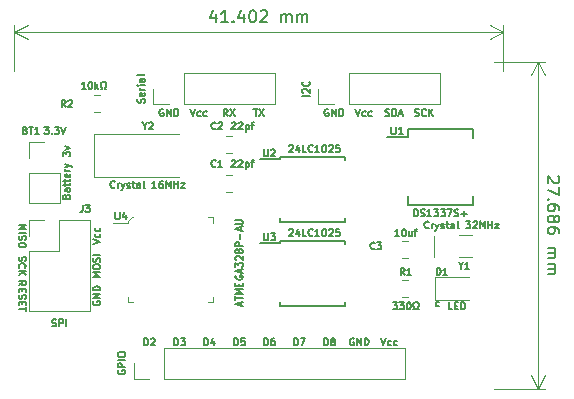
<source format=gto>
G04 #@! TF.GenerationSoftware,KiCad,Pcbnew,(5.1.2)-1*
G04 #@! TF.CreationDate,2019-05-20T21:13:43-04:00*
G04 #@! TF.ProjectId,DuinoClone,4475696e-6f43-46c6-9f6e-652e6b696361,1*
G04 #@! TF.SameCoordinates,Original*
G04 #@! TF.FileFunction,Legend,Top*
G04 #@! TF.FilePolarity,Positive*
%FSLAX46Y46*%
G04 Gerber Fmt 4.6, Leading zero omitted, Abs format (unit mm)*
G04 Created by KiCad (PCBNEW (5.1.2)-1) date 2019-05-20 21:13:43*
%MOMM*%
%LPD*%
G04 APERTURE LIST*
%ADD10C,0.150000*%
%ADD11C,0.120000*%
%ADD12C,0.100000*%
G04 APERTURE END LIST*
D10*
X126309380Y-93012142D02*
X126357000Y-93059761D01*
X126404619Y-93155000D01*
X126404619Y-93393095D01*
X126357000Y-93488333D01*
X126309380Y-93535952D01*
X126214142Y-93583571D01*
X126118904Y-93583571D01*
X125976047Y-93535952D01*
X125404619Y-92964523D01*
X125404619Y-93583571D01*
X126404619Y-93916904D02*
X126404619Y-94583571D01*
X125404619Y-94155000D01*
X125499857Y-94964523D02*
X125452238Y-95012142D01*
X125404619Y-94964523D01*
X125452238Y-94916904D01*
X125499857Y-94964523D01*
X125404619Y-94964523D01*
X126404619Y-95869285D02*
X126404619Y-95678809D01*
X126357000Y-95583571D01*
X126309380Y-95535952D01*
X126166523Y-95440714D01*
X125976047Y-95393095D01*
X125595095Y-95393095D01*
X125499857Y-95440714D01*
X125452238Y-95488333D01*
X125404619Y-95583571D01*
X125404619Y-95774047D01*
X125452238Y-95869285D01*
X125499857Y-95916904D01*
X125595095Y-95964523D01*
X125833190Y-95964523D01*
X125928428Y-95916904D01*
X125976047Y-95869285D01*
X126023666Y-95774047D01*
X126023666Y-95583571D01*
X125976047Y-95488333D01*
X125928428Y-95440714D01*
X125833190Y-95393095D01*
X125976047Y-96535952D02*
X126023666Y-96440714D01*
X126071285Y-96393095D01*
X126166523Y-96345476D01*
X126214142Y-96345476D01*
X126309380Y-96393095D01*
X126357000Y-96440714D01*
X126404619Y-96535952D01*
X126404619Y-96726428D01*
X126357000Y-96821666D01*
X126309380Y-96869285D01*
X126214142Y-96916904D01*
X126166523Y-96916904D01*
X126071285Y-96869285D01*
X126023666Y-96821666D01*
X125976047Y-96726428D01*
X125976047Y-96535952D01*
X125928428Y-96440714D01*
X125880809Y-96393095D01*
X125785571Y-96345476D01*
X125595095Y-96345476D01*
X125499857Y-96393095D01*
X125452238Y-96440714D01*
X125404619Y-96535952D01*
X125404619Y-96726428D01*
X125452238Y-96821666D01*
X125499857Y-96869285D01*
X125595095Y-96916904D01*
X125785571Y-96916904D01*
X125880809Y-96869285D01*
X125928428Y-96821666D01*
X125976047Y-96726428D01*
X126404619Y-97774047D02*
X126404619Y-97583571D01*
X126357000Y-97488333D01*
X126309380Y-97440714D01*
X126166523Y-97345476D01*
X125976047Y-97297857D01*
X125595095Y-97297857D01*
X125499857Y-97345476D01*
X125452238Y-97393095D01*
X125404619Y-97488333D01*
X125404619Y-97678809D01*
X125452238Y-97774047D01*
X125499857Y-97821666D01*
X125595095Y-97869285D01*
X125833190Y-97869285D01*
X125928428Y-97821666D01*
X125976047Y-97774047D01*
X126023666Y-97678809D01*
X126023666Y-97488333D01*
X125976047Y-97393095D01*
X125928428Y-97345476D01*
X125833190Y-97297857D01*
X125404619Y-99059761D02*
X126071285Y-99059761D01*
X125976047Y-99059761D02*
X126023666Y-99107380D01*
X126071285Y-99202619D01*
X126071285Y-99345476D01*
X126023666Y-99440714D01*
X125928428Y-99488333D01*
X125404619Y-99488333D01*
X125928428Y-99488333D02*
X126023666Y-99535952D01*
X126071285Y-99631190D01*
X126071285Y-99774047D01*
X126023666Y-99869285D01*
X125928428Y-99916904D01*
X125404619Y-99916904D01*
X125404619Y-100393095D02*
X126071285Y-100393095D01*
X125976047Y-100393095D02*
X126023666Y-100440714D01*
X126071285Y-100535952D01*
X126071285Y-100678809D01*
X126023666Y-100774047D01*
X125928428Y-100821666D01*
X125404619Y-100821666D01*
X125928428Y-100821666D02*
X126023666Y-100869285D01*
X126071285Y-100964523D01*
X126071285Y-101107380D01*
X126023666Y-101202619D01*
X125928428Y-101250238D01*
X125404619Y-101250238D01*
D11*
X124587000Y-83312000D02*
X124587000Y-110998000D01*
X120904000Y-83312000D02*
X125173421Y-83312000D01*
X120904000Y-110998000D02*
X125173421Y-110998000D01*
X124587000Y-110998000D02*
X124000579Y-109871496D01*
X124587000Y-110998000D02*
X125173421Y-109871496D01*
X124587000Y-83312000D02*
X124000579Y-84438504D01*
X124587000Y-83312000D02*
X125173421Y-84438504D01*
D10*
X97298333Y-79287714D02*
X97298333Y-79954380D01*
X97060238Y-78906761D02*
X96822142Y-79621047D01*
X97441190Y-79621047D01*
X98345952Y-79954380D02*
X97774523Y-79954380D01*
X98060238Y-79954380D02*
X98060238Y-78954380D01*
X97965000Y-79097238D01*
X97869761Y-79192476D01*
X97774523Y-79240095D01*
X98774523Y-79859142D02*
X98822142Y-79906761D01*
X98774523Y-79954380D01*
X98726904Y-79906761D01*
X98774523Y-79859142D01*
X98774523Y-79954380D01*
X99679285Y-79287714D02*
X99679285Y-79954380D01*
X99441190Y-78906761D02*
X99203095Y-79621047D01*
X99822142Y-79621047D01*
X100393571Y-78954380D02*
X100488809Y-78954380D01*
X100584047Y-79002000D01*
X100631666Y-79049619D01*
X100679285Y-79144857D01*
X100726904Y-79335333D01*
X100726904Y-79573428D01*
X100679285Y-79763904D01*
X100631666Y-79859142D01*
X100584047Y-79906761D01*
X100488809Y-79954380D01*
X100393571Y-79954380D01*
X100298333Y-79906761D01*
X100250714Y-79859142D01*
X100203095Y-79763904D01*
X100155476Y-79573428D01*
X100155476Y-79335333D01*
X100203095Y-79144857D01*
X100250714Y-79049619D01*
X100298333Y-79002000D01*
X100393571Y-78954380D01*
X101107857Y-79049619D02*
X101155476Y-79002000D01*
X101250714Y-78954380D01*
X101488809Y-78954380D01*
X101584047Y-79002000D01*
X101631666Y-79049619D01*
X101679285Y-79144857D01*
X101679285Y-79240095D01*
X101631666Y-79382952D01*
X101060238Y-79954380D01*
X101679285Y-79954380D01*
X102869761Y-79954380D02*
X102869761Y-79287714D01*
X102869761Y-79382952D02*
X102917380Y-79335333D01*
X103012619Y-79287714D01*
X103155476Y-79287714D01*
X103250714Y-79335333D01*
X103298333Y-79430571D01*
X103298333Y-79954380D01*
X103298333Y-79430571D02*
X103345952Y-79335333D01*
X103441190Y-79287714D01*
X103584047Y-79287714D01*
X103679285Y-79335333D01*
X103726904Y-79430571D01*
X103726904Y-79954380D01*
X104203095Y-79954380D02*
X104203095Y-79287714D01*
X104203095Y-79382952D02*
X104250714Y-79335333D01*
X104345952Y-79287714D01*
X104488809Y-79287714D01*
X104584047Y-79335333D01*
X104631666Y-79430571D01*
X104631666Y-79954380D01*
X104631666Y-79430571D02*
X104679285Y-79335333D01*
X104774523Y-79287714D01*
X104917380Y-79287714D01*
X105012619Y-79335333D01*
X105060238Y-79430571D01*
X105060238Y-79954380D01*
D11*
X121666000Y-80772000D02*
X80264000Y-80772000D01*
X121666000Y-84074000D02*
X121666000Y-80185579D01*
X80264000Y-84074000D02*
X80264000Y-80185579D01*
X80264000Y-80772000D02*
X81390504Y-80185579D01*
X80264000Y-80772000D02*
X81390504Y-81358421D01*
X121666000Y-80772000D02*
X120539496Y-80185579D01*
X121666000Y-80772000D02*
X120539496Y-81358421D01*
D10*
X116220857Y-104001857D02*
X116163714Y-104030428D01*
X116049428Y-104030428D01*
X115992285Y-104001857D01*
X115963714Y-103973285D01*
X115935142Y-103916142D01*
X115935142Y-103744714D01*
X115963714Y-103687571D01*
X115992285Y-103659000D01*
X116049428Y-103630428D01*
X116163714Y-103630428D01*
X116220857Y-103659000D01*
X111299714Y-106732428D02*
X111499714Y-107332428D01*
X111699714Y-106732428D01*
X112156857Y-107303857D02*
X112099714Y-107332428D01*
X111985428Y-107332428D01*
X111928285Y-107303857D01*
X111899714Y-107275285D01*
X111871142Y-107218142D01*
X111871142Y-107046714D01*
X111899714Y-106989571D01*
X111928285Y-106961000D01*
X111985428Y-106932428D01*
X112099714Y-106932428D01*
X112156857Y-106961000D01*
X112671142Y-107303857D02*
X112614000Y-107332428D01*
X112499714Y-107332428D01*
X112442571Y-107303857D01*
X112414000Y-107275285D01*
X112385428Y-107218142D01*
X112385428Y-107046714D01*
X112414000Y-106989571D01*
X112442571Y-106961000D01*
X112499714Y-106932428D01*
X112614000Y-106932428D01*
X112671142Y-106961000D01*
X109016857Y-106761000D02*
X108959714Y-106732428D01*
X108874000Y-106732428D01*
X108788285Y-106761000D01*
X108731142Y-106818142D01*
X108702571Y-106875285D01*
X108674000Y-106989571D01*
X108674000Y-107075285D01*
X108702571Y-107189571D01*
X108731142Y-107246714D01*
X108788285Y-107303857D01*
X108874000Y-107332428D01*
X108931142Y-107332428D01*
X109016857Y-107303857D01*
X109045428Y-107275285D01*
X109045428Y-107075285D01*
X108931142Y-107075285D01*
X109302571Y-107332428D02*
X109302571Y-106732428D01*
X109645428Y-107332428D01*
X109645428Y-106732428D01*
X109931142Y-107332428D02*
X109931142Y-106732428D01*
X110074000Y-106732428D01*
X110159714Y-106761000D01*
X110216857Y-106818142D01*
X110245428Y-106875285D01*
X110274000Y-106989571D01*
X110274000Y-107075285D01*
X110245428Y-107189571D01*
X110216857Y-107246714D01*
X110159714Y-107303857D01*
X110074000Y-107332428D01*
X109931142Y-107332428D01*
X106491142Y-107332428D02*
X106491142Y-106732428D01*
X106634000Y-106732428D01*
X106719714Y-106761000D01*
X106776857Y-106818142D01*
X106805428Y-106875285D01*
X106834000Y-106989571D01*
X106834000Y-107075285D01*
X106805428Y-107189571D01*
X106776857Y-107246714D01*
X106719714Y-107303857D01*
X106634000Y-107332428D01*
X106491142Y-107332428D01*
X107176857Y-106989571D02*
X107119714Y-106961000D01*
X107091142Y-106932428D01*
X107062571Y-106875285D01*
X107062571Y-106846714D01*
X107091142Y-106789571D01*
X107119714Y-106761000D01*
X107176857Y-106732428D01*
X107291142Y-106732428D01*
X107348285Y-106761000D01*
X107376857Y-106789571D01*
X107405428Y-106846714D01*
X107405428Y-106875285D01*
X107376857Y-106932428D01*
X107348285Y-106961000D01*
X107291142Y-106989571D01*
X107176857Y-106989571D01*
X107119714Y-107018142D01*
X107091142Y-107046714D01*
X107062571Y-107103857D01*
X107062571Y-107218142D01*
X107091142Y-107275285D01*
X107119714Y-107303857D01*
X107176857Y-107332428D01*
X107291142Y-107332428D01*
X107348285Y-107303857D01*
X107376857Y-107275285D01*
X107405428Y-107218142D01*
X107405428Y-107103857D01*
X107376857Y-107046714D01*
X107348285Y-107018142D01*
X107291142Y-106989571D01*
X103951142Y-107332428D02*
X103951142Y-106732428D01*
X104094000Y-106732428D01*
X104179714Y-106761000D01*
X104236857Y-106818142D01*
X104265428Y-106875285D01*
X104294000Y-106989571D01*
X104294000Y-107075285D01*
X104265428Y-107189571D01*
X104236857Y-107246714D01*
X104179714Y-107303857D01*
X104094000Y-107332428D01*
X103951142Y-107332428D01*
X104494000Y-106732428D02*
X104894000Y-106732428D01*
X104636857Y-107332428D01*
X101411142Y-107332428D02*
X101411142Y-106732428D01*
X101554000Y-106732428D01*
X101639714Y-106761000D01*
X101696857Y-106818142D01*
X101725428Y-106875285D01*
X101754000Y-106989571D01*
X101754000Y-107075285D01*
X101725428Y-107189571D01*
X101696857Y-107246714D01*
X101639714Y-107303857D01*
X101554000Y-107332428D01*
X101411142Y-107332428D01*
X102268285Y-106732428D02*
X102154000Y-106732428D01*
X102096857Y-106761000D01*
X102068285Y-106789571D01*
X102011142Y-106875285D01*
X101982571Y-106989571D01*
X101982571Y-107218142D01*
X102011142Y-107275285D01*
X102039714Y-107303857D01*
X102096857Y-107332428D01*
X102211142Y-107332428D01*
X102268285Y-107303857D01*
X102296857Y-107275285D01*
X102325428Y-107218142D01*
X102325428Y-107075285D01*
X102296857Y-107018142D01*
X102268285Y-106989571D01*
X102211142Y-106961000D01*
X102096857Y-106961000D01*
X102039714Y-106989571D01*
X102011142Y-107018142D01*
X101982571Y-107075285D01*
X98871142Y-107332428D02*
X98871142Y-106732428D01*
X99014000Y-106732428D01*
X99099714Y-106761000D01*
X99156857Y-106818142D01*
X99185428Y-106875285D01*
X99214000Y-106989571D01*
X99214000Y-107075285D01*
X99185428Y-107189571D01*
X99156857Y-107246714D01*
X99099714Y-107303857D01*
X99014000Y-107332428D01*
X98871142Y-107332428D01*
X99756857Y-106732428D02*
X99471142Y-106732428D01*
X99442571Y-107018142D01*
X99471142Y-106989571D01*
X99528285Y-106961000D01*
X99671142Y-106961000D01*
X99728285Y-106989571D01*
X99756857Y-107018142D01*
X99785428Y-107075285D01*
X99785428Y-107218142D01*
X99756857Y-107275285D01*
X99728285Y-107303857D01*
X99671142Y-107332428D01*
X99528285Y-107332428D01*
X99471142Y-107303857D01*
X99442571Y-107275285D01*
X96331142Y-107332428D02*
X96331142Y-106732428D01*
X96474000Y-106732428D01*
X96559714Y-106761000D01*
X96616857Y-106818142D01*
X96645428Y-106875285D01*
X96674000Y-106989571D01*
X96674000Y-107075285D01*
X96645428Y-107189571D01*
X96616857Y-107246714D01*
X96559714Y-107303857D01*
X96474000Y-107332428D01*
X96331142Y-107332428D01*
X97188285Y-106932428D02*
X97188285Y-107332428D01*
X97045428Y-106703857D02*
X96902571Y-107132428D01*
X97274000Y-107132428D01*
X93791142Y-107332428D02*
X93791142Y-106732428D01*
X93934000Y-106732428D01*
X94019714Y-106761000D01*
X94076857Y-106818142D01*
X94105428Y-106875285D01*
X94134000Y-106989571D01*
X94134000Y-107075285D01*
X94105428Y-107189571D01*
X94076857Y-107246714D01*
X94019714Y-107303857D01*
X93934000Y-107332428D01*
X93791142Y-107332428D01*
X94334000Y-106732428D02*
X94705428Y-106732428D01*
X94505428Y-106961000D01*
X94591142Y-106961000D01*
X94648285Y-106989571D01*
X94676857Y-107018142D01*
X94705428Y-107075285D01*
X94705428Y-107218142D01*
X94676857Y-107275285D01*
X94648285Y-107303857D01*
X94591142Y-107332428D01*
X94419714Y-107332428D01*
X94362571Y-107303857D01*
X94334000Y-107275285D01*
X91251142Y-107332428D02*
X91251142Y-106732428D01*
X91394000Y-106732428D01*
X91479714Y-106761000D01*
X91536857Y-106818142D01*
X91565428Y-106875285D01*
X91594000Y-106989571D01*
X91594000Y-107075285D01*
X91565428Y-107189571D01*
X91536857Y-107246714D01*
X91479714Y-107303857D01*
X91394000Y-107332428D01*
X91251142Y-107332428D01*
X91822571Y-106789571D02*
X91851142Y-106761000D01*
X91908285Y-106732428D01*
X92051142Y-106732428D01*
X92108285Y-106761000D01*
X92136857Y-106789571D01*
X92165428Y-106846714D01*
X92165428Y-106903857D01*
X92136857Y-106989571D01*
X91794000Y-107332428D01*
X92165428Y-107332428D01*
X80627571Y-102252571D02*
X80913285Y-102052571D01*
X80627571Y-101909714D02*
X81227571Y-101909714D01*
X81227571Y-102138285D01*
X81199000Y-102195428D01*
X81170428Y-102224000D01*
X81113285Y-102252571D01*
X81027571Y-102252571D01*
X80970428Y-102224000D01*
X80941857Y-102195428D01*
X80913285Y-102138285D01*
X80913285Y-101909714D01*
X80941857Y-102509714D02*
X80941857Y-102709714D01*
X80627571Y-102795428D02*
X80627571Y-102509714D01*
X81227571Y-102509714D01*
X81227571Y-102795428D01*
X80656142Y-103024000D02*
X80627571Y-103109714D01*
X80627571Y-103252571D01*
X80656142Y-103309714D01*
X80684714Y-103338285D01*
X80741857Y-103366857D01*
X80799000Y-103366857D01*
X80856142Y-103338285D01*
X80884714Y-103309714D01*
X80913285Y-103252571D01*
X80941857Y-103138285D01*
X80970428Y-103081142D01*
X80999000Y-103052571D01*
X81056142Y-103024000D01*
X81113285Y-103024000D01*
X81170428Y-103052571D01*
X81199000Y-103081142D01*
X81227571Y-103138285D01*
X81227571Y-103281142D01*
X81199000Y-103366857D01*
X80941857Y-103624000D02*
X80941857Y-103824000D01*
X80627571Y-103909714D02*
X80627571Y-103624000D01*
X81227571Y-103624000D01*
X81227571Y-103909714D01*
X81227571Y-104081142D02*
X81227571Y-104424000D01*
X80627571Y-104252571D02*
X81227571Y-104252571D01*
X80656142Y-99812571D02*
X80627571Y-99898285D01*
X80627571Y-100041142D01*
X80656142Y-100098285D01*
X80684714Y-100126857D01*
X80741857Y-100155428D01*
X80799000Y-100155428D01*
X80856142Y-100126857D01*
X80884714Y-100098285D01*
X80913285Y-100041142D01*
X80941857Y-99926857D01*
X80970428Y-99869714D01*
X80999000Y-99841142D01*
X81056142Y-99812571D01*
X81113285Y-99812571D01*
X81170428Y-99841142D01*
X81199000Y-99869714D01*
X81227571Y-99926857D01*
X81227571Y-100069714D01*
X81199000Y-100155428D01*
X80684714Y-100755428D02*
X80656142Y-100726857D01*
X80627571Y-100641142D01*
X80627571Y-100584000D01*
X80656142Y-100498285D01*
X80713285Y-100441142D01*
X80770428Y-100412571D01*
X80884714Y-100384000D01*
X80970428Y-100384000D01*
X81084714Y-100412571D01*
X81141857Y-100441142D01*
X81199000Y-100498285D01*
X81227571Y-100584000D01*
X81227571Y-100641142D01*
X81199000Y-100726857D01*
X81170428Y-100755428D01*
X80627571Y-101012571D02*
X81227571Y-101012571D01*
X80627571Y-101355428D02*
X80970428Y-101098285D01*
X81227571Y-101355428D02*
X80884714Y-101012571D01*
X80627571Y-97101142D02*
X81227571Y-97101142D01*
X80799000Y-97301142D01*
X81227571Y-97501142D01*
X80627571Y-97501142D01*
X80627571Y-97786857D02*
X81227571Y-97786857D01*
X80656142Y-98044000D02*
X80627571Y-98129714D01*
X80627571Y-98272571D01*
X80656142Y-98329714D01*
X80684714Y-98358285D01*
X80741857Y-98386857D01*
X80799000Y-98386857D01*
X80856142Y-98358285D01*
X80884714Y-98329714D01*
X80913285Y-98272571D01*
X80941857Y-98158285D01*
X80970428Y-98101142D01*
X80999000Y-98072571D01*
X81056142Y-98044000D01*
X81113285Y-98044000D01*
X81170428Y-98072571D01*
X81199000Y-98101142D01*
X81227571Y-98158285D01*
X81227571Y-98301142D01*
X81199000Y-98386857D01*
X81227571Y-98758285D02*
X81227571Y-98872571D01*
X81199000Y-98929714D01*
X81141857Y-98986857D01*
X81027571Y-99015428D01*
X80827571Y-99015428D01*
X80713285Y-98986857D01*
X80656142Y-98929714D01*
X80627571Y-98872571D01*
X80627571Y-98758285D01*
X80656142Y-98701142D01*
X80713285Y-98644000D01*
X80827571Y-98615428D01*
X81027571Y-98615428D01*
X81141857Y-98644000D01*
X81199000Y-98701142D01*
X81227571Y-98758285D01*
X86949000Y-103581142D02*
X86920428Y-103638285D01*
X86920428Y-103724000D01*
X86949000Y-103809714D01*
X87006142Y-103866857D01*
X87063285Y-103895428D01*
X87177571Y-103924000D01*
X87263285Y-103924000D01*
X87377571Y-103895428D01*
X87434714Y-103866857D01*
X87491857Y-103809714D01*
X87520428Y-103724000D01*
X87520428Y-103666857D01*
X87491857Y-103581142D01*
X87463285Y-103552571D01*
X87263285Y-103552571D01*
X87263285Y-103666857D01*
X87520428Y-103295428D02*
X86920428Y-103295428D01*
X87520428Y-102952571D01*
X86920428Y-102952571D01*
X87520428Y-102666857D02*
X86920428Y-102666857D01*
X86920428Y-102524000D01*
X86949000Y-102438285D01*
X87006142Y-102381142D01*
X87063285Y-102352571D01*
X87177571Y-102324000D01*
X87263285Y-102324000D01*
X87377571Y-102352571D01*
X87434714Y-102381142D01*
X87491857Y-102438285D01*
X87520428Y-102524000D01*
X87520428Y-102666857D01*
X86920428Y-98758285D02*
X87520428Y-98558285D01*
X86920428Y-98358285D01*
X87491857Y-97901142D02*
X87520428Y-97958285D01*
X87520428Y-98072571D01*
X87491857Y-98129714D01*
X87463285Y-98158285D01*
X87406142Y-98186857D01*
X87234714Y-98186857D01*
X87177571Y-98158285D01*
X87149000Y-98129714D01*
X87120428Y-98072571D01*
X87120428Y-97958285D01*
X87149000Y-97901142D01*
X87491857Y-97386857D02*
X87520428Y-97444000D01*
X87520428Y-97558285D01*
X87491857Y-97615428D01*
X87463285Y-97644000D01*
X87406142Y-97672571D01*
X87234714Y-97672571D01*
X87177571Y-97644000D01*
X87149000Y-97615428D01*
X87120428Y-97558285D01*
X87120428Y-97444000D01*
X87149000Y-97386857D01*
X87520428Y-101526857D02*
X86920428Y-101526857D01*
X87349000Y-101326857D01*
X86920428Y-101126857D01*
X87520428Y-101126857D01*
X86920428Y-100726857D02*
X86920428Y-100612571D01*
X86949000Y-100555428D01*
X87006142Y-100498285D01*
X87120428Y-100469714D01*
X87320428Y-100469714D01*
X87434714Y-100498285D01*
X87491857Y-100555428D01*
X87520428Y-100612571D01*
X87520428Y-100726857D01*
X87491857Y-100784000D01*
X87434714Y-100841142D01*
X87320428Y-100869714D01*
X87120428Y-100869714D01*
X87006142Y-100841142D01*
X86949000Y-100784000D01*
X86920428Y-100726857D01*
X87491857Y-100241142D02*
X87520428Y-100155428D01*
X87520428Y-100012571D01*
X87491857Y-99955428D01*
X87463285Y-99926857D01*
X87406142Y-99898285D01*
X87349000Y-99898285D01*
X87291857Y-99926857D01*
X87263285Y-99955428D01*
X87234714Y-100012571D01*
X87206142Y-100126857D01*
X87177571Y-100184000D01*
X87149000Y-100212571D01*
X87091857Y-100241142D01*
X87034714Y-100241142D01*
X86977571Y-100212571D01*
X86949000Y-100184000D01*
X86920428Y-100126857D01*
X86920428Y-99984000D01*
X86949000Y-99898285D01*
X87520428Y-99641142D02*
X86920428Y-99641142D01*
X82807285Y-88825428D02*
X83178714Y-88825428D01*
X82978714Y-89054000D01*
X83064428Y-89054000D01*
X83121571Y-89082571D01*
X83150142Y-89111142D01*
X83178714Y-89168285D01*
X83178714Y-89311142D01*
X83150142Y-89368285D01*
X83121571Y-89396857D01*
X83064428Y-89425428D01*
X82893000Y-89425428D01*
X82835857Y-89396857D01*
X82807285Y-89368285D01*
X83435857Y-89368285D02*
X83464428Y-89396857D01*
X83435857Y-89425428D01*
X83407285Y-89396857D01*
X83435857Y-89368285D01*
X83435857Y-89425428D01*
X83664428Y-88825428D02*
X84035857Y-88825428D01*
X83835857Y-89054000D01*
X83921571Y-89054000D01*
X83978714Y-89082571D01*
X84007285Y-89111142D01*
X84035857Y-89168285D01*
X84035857Y-89311142D01*
X84007285Y-89368285D01*
X83978714Y-89396857D01*
X83921571Y-89425428D01*
X83750142Y-89425428D01*
X83693000Y-89396857D01*
X83664428Y-89368285D01*
X84207285Y-88825428D02*
X84407285Y-89425428D01*
X84607285Y-88825428D01*
X114163571Y-87872857D02*
X114249285Y-87901428D01*
X114392142Y-87901428D01*
X114449285Y-87872857D01*
X114477857Y-87844285D01*
X114506428Y-87787142D01*
X114506428Y-87730000D01*
X114477857Y-87672857D01*
X114449285Y-87644285D01*
X114392142Y-87615714D01*
X114277857Y-87587142D01*
X114220714Y-87558571D01*
X114192142Y-87530000D01*
X114163571Y-87472857D01*
X114163571Y-87415714D01*
X114192142Y-87358571D01*
X114220714Y-87330000D01*
X114277857Y-87301428D01*
X114420714Y-87301428D01*
X114506428Y-87330000D01*
X115106428Y-87844285D02*
X115077857Y-87872857D01*
X114992142Y-87901428D01*
X114935000Y-87901428D01*
X114849285Y-87872857D01*
X114792142Y-87815714D01*
X114763571Y-87758571D01*
X114735000Y-87644285D01*
X114735000Y-87558571D01*
X114763571Y-87444285D01*
X114792142Y-87387142D01*
X114849285Y-87330000D01*
X114935000Y-87301428D01*
X114992142Y-87301428D01*
X115077857Y-87330000D01*
X115106428Y-87358571D01*
X115363571Y-87901428D02*
X115363571Y-87301428D01*
X115706428Y-87901428D02*
X115449285Y-87558571D01*
X115706428Y-87301428D02*
X115363571Y-87644285D01*
X111666428Y-87872857D02*
X111752142Y-87901428D01*
X111895000Y-87901428D01*
X111952142Y-87872857D01*
X111980714Y-87844285D01*
X112009285Y-87787142D01*
X112009285Y-87730000D01*
X111980714Y-87672857D01*
X111952142Y-87644285D01*
X111895000Y-87615714D01*
X111780714Y-87587142D01*
X111723571Y-87558571D01*
X111695000Y-87530000D01*
X111666428Y-87472857D01*
X111666428Y-87415714D01*
X111695000Y-87358571D01*
X111723571Y-87330000D01*
X111780714Y-87301428D01*
X111923571Y-87301428D01*
X112009285Y-87330000D01*
X112266428Y-87901428D02*
X112266428Y-87301428D01*
X112409285Y-87301428D01*
X112495000Y-87330000D01*
X112552142Y-87387142D01*
X112580714Y-87444285D01*
X112609285Y-87558571D01*
X112609285Y-87644285D01*
X112580714Y-87758571D01*
X112552142Y-87815714D01*
X112495000Y-87872857D01*
X112409285Y-87901428D01*
X112266428Y-87901428D01*
X112837857Y-87730000D02*
X113123571Y-87730000D01*
X112780714Y-87901428D02*
X112980714Y-87301428D01*
X113180714Y-87901428D01*
X109140714Y-87301428D02*
X109340714Y-87901428D01*
X109540714Y-87301428D01*
X109997857Y-87872857D02*
X109940714Y-87901428D01*
X109826428Y-87901428D01*
X109769285Y-87872857D01*
X109740714Y-87844285D01*
X109712142Y-87787142D01*
X109712142Y-87615714D01*
X109740714Y-87558571D01*
X109769285Y-87530000D01*
X109826428Y-87501428D01*
X109940714Y-87501428D01*
X109997857Y-87530000D01*
X110512142Y-87872857D02*
X110455000Y-87901428D01*
X110340714Y-87901428D01*
X110283571Y-87872857D01*
X110255000Y-87844285D01*
X110226428Y-87787142D01*
X110226428Y-87615714D01*
X110255000Y-87558571D01*
X110283571Y-87530000D01*
X110340714Y-87501428D01*
X110455000Y-87501428D01*
X110512142Y-87530000D01*
X106857857Y-87330000D02*
X106800714Y-87301428D01*
X106715000Y-87301428D01*
X106629285Y-87330000D01*
X106572142Y-87387142D01*
X106543571Y-87444285D01*
X106515000Y-87558571D01*
X106515000Y-87644285D01*
X106543571Y-87758571D01*
X106572142Y-87815714D01*
X106629285Y-87872857D01*
X106715000Y-87901428D01*
X106772142Y-87901428D01*
X106857857Y-87872857D01*
X106886428Y-87844285D01*
X106886428Y-87644285D01*
X106772142Y-87644285D01*
X107143571Y-87901428D02*
X107143571Y-87301428D01*
X107486428Y-87901428D01*
X107486428Y-87301428D01*
X107772142Y-87901428D02*
X107772142Y-87301428D01*
X107915000Y-87301428D01*
X108000714Y-87330000D01*
X108057857Y-87387142D01*
X108086428Y-87444285D01*
X108115000Y-87558571D01*
X108115000Y-87644285D01*
X108086428Y-87758571D01*
X108057857Y-87815714D01*
X108000714Y-87872857D01*
X107915000Y-87901428D01*
X107772142Y-87901428D01*
X100507857Y-87301428D02*
X100850714Y-87301428D01*
X100679285Y-87901428D02*
X100679285Y-87301428D01*
X100993571Y-87301428D02*
X101393571Y-87901428D01*
X101393571Y-87301428D02*
X100993571Y-87901428D01*
X98325000Y-87901428D02*
X98125000Y-87615714D01*
X97982142Y-87901428D02*
X97982142Y-87301428D01*
X98210714Y-87301428D01*
X98267857Y-87330000D01*
X98296428Y-87358571D01*
X98325000Y-87415714D01*
X98325000Y-87501428D01*
X98296428Y-87558571D01*
X98267857Y-87587142D01*
X98210714Y-87615714D01*
X97982142Y-87615714D01*
X98525000Y-87301428D02*
X98925000Y-87901428D01*
X98925000Y-87301428D02*
X98525000Y-87901428D01*
X95170714Y-87301428D02*
X95370714Y-87901428D01*
X95570714Y-87301428D01*
X96027857Y-87872857D02*
X95970714Y-87901428D01*
X95856428Y-87901428D01*
X95799285Y-87872857D01*
X95770714Y-87844285D01*
X95742142Y-87787142D01*
X95742142Y-87615714D01*
X95770714Y-87558571D01*
X95799285Y-87530000D01*
X95856428Y-87501428D01*
X95970714Y-87501428D01*
X96027857Y-87530000D01*
X96542142Y-87872857D02*
X96485000Y-87901428D01*
X96370714Y-87901428D01*
X96313571Y-87872857D01*
X96285000Y-87844285D01*
X96256428Y-87787142D01*
X96256428Y-87615714D01*
X96285000Y-87558571D01*
X96313571Y-87530000D01*
X96370714Y-87501428D01*
X96485000Y-87501428D01*
X96542142Y-87530000D01*
X92887857Y-87330000D02*
X92830714Y-87301428D01*
X92745000Y-87301428D01*
X92659285Y-87330000D01*
X92602142Y-87387142D01*
X92573571Y-87444285D01*
X92545000Y-87558571D01*
X92545000Y-87644285D01*
X92573571Y-87758571D01*
X92602142Y-87815714D01*
X92659285Y-87872857D01*
X92745000Y-87901428D01*
X92802142Y-87901428D01*
X92887857Y-87872857D01*
X92916428Y-87844285D01*
X92916428Y-87644285D01*
X92802142Y-87644285D01*
X93173571Y-87901428D02*
X93173571Y-87301428D01*
X93516428Y-87901428D01*
X93516428Y-87301428D01*
X93802142Y-87901428D02*
X93802142Y-87301428D01*
X93945000Y-87301428D01*
X94030714Y-87330000D01*
X94087857Y-87387142D01*
X94116428Y-87444285D01*
X94145000Y-87558571D01*
X94145000Y-87644285D01*
X94116428Y-87758571D01*
X94087857Y-87815714D01*
X94030714Y-87872857D01*
X93945000Y-87901428D01*
X93802142Y-87901428D01*
D11*
X81474000Y-95310000D02*
X84134000Y-95310000D01*
X81474000Y-92710000D02*
X81474000Y-95310000D01*
X84134000Y-92710000D02*
X84134000Y-95310000D01*
X81474000Y-92710000D02*
X84134000Y-92710000D01*
X81474000Y-91440000D02*
X81474000Y-90110000D01*
X81474000Y-90110000D02*
X82804000Y-90110000D01*
X98163748Y-92889000D02*
X98686252Y-92889000D01*
X98163748Y-94309000D02*
X98686252Y-94309000D01*
X98163748Y-91007000D02*
X98686252Y-91007000D01*
X98163748Y-89587000D02*
X98686252Y-89587000D01*
X113613252Y-99893000D02*
X113090748Y-99893000D01*
X113613252Y-98473000D02*
X113090748Y-98473000D01*
X118729000Y-101529000D02*
X115869000Y-101529000D01*
X115869000Y-101529000D02*
X115869000Y-103449000D01*
X115869000Y-103449000D02*
X118729000Y-103449000D01*
X113344000Y-110169000D02*
X113344000Y-107509000D01*
X92964000Y-110169000D02*
X113344000Y-110169000D01*
X92964000Y-107509000D02*
X113344000Y-107509000D01*
X92964000Y-110169000D02*
X92964000Y-107509000D01*
X91694000Y-110169000D02*
X90364000Y-110169000D01*
X90364000Y-110169000D02*
X90364000Y-108839000D01*
X102295000Y-86928000D02*
X102295000Y-84268000D01*
X94615000Y-86928000D02*
X102295000Y-86928000D01*
X94615000Y-84268000D02*
X102295000Y-84268000D01*
X94615000Y-86928000D02*
X94615000Y-84268000D01*
X93345000Y-86928000D02*
X92015000Y-86928000D01*
X92015000Y-86928000D02*
X92015000Y-85598000D01*
X81474000Y-104454000D02*
X86674000Y-104454000D01*
X81474000Y-99314000D02*
X81474000Y-104454000D01*
X86674000Y-96714000D02*
X86674000Y-104454000D01*
X81474000Y-99314000D02*
X84074000Y-99314000D01*
X84074000Y-99314000D02*
X84074000Y-96714000D01*
X84074000Y-96714000D02*
X86674000Y-96714000D01*
X81474000Y-98044000D02*
X81474000Y-96714000D01*
X81474000Y-96714000D02*
X82804000Y-96714000D01*
X105985000Y-86928000D02*
X105985000Y-85598000D01*
X107315000Y-86928000D02*
X105985000Y-86928000D01*
X108585000Y-86928000D02*
X108585000Y-84268000D01*
X108585000Y-84268000D02*
X116265000Y-84268000D01*
X108585000Y-86928000D02*
X116265000Y-86928000D01*
X116265000Y-86928000D02*
X116265000Y-84268000D01*
X113613252Y-103244000D02*
X113090748Y-103244000D01*
X113613252Y-101824000D02*
X113090748Y-101824000D01*
X87510252Y-86158000D02*
X86987748Y-86158000D01*
X87510252Y-87578000D02*
X86987748Y-87578000D01*
D10*
X113582000Y-88997000D02*
X113582000Y-89652000D01*
X119082000Y-88997000D02*
X119082000Y-89747000D01*
X119082000Y-95407000D02*
X119082000Y-94657000D01*
X113582000Y-95407000D02*
X113582000Y-94657000D01*
X113582000Y-88997000D02*
X119082000Y-88997000D01*
X113582000Y-95407000D02*
X119082000Y-95407000D01*
X113582000Y-89652000D02*
X111832000Y-89652000D01*
X102787000Y-91352000D02*
X102787000Y-91557000D01*
X108287000Y-91352000D02*
X108287000Y-91652000D01*
X108287000Y-96862000D02*
X108287000Y-96562000D01*
X102787000Y-96862000D02*
X102787000Y-96562000D01*
X102787000Y-91352000D02*
X108287000Y-91352000D01*
X102787000Y-96862000D02*
X108287000Y-96862000D01*
X102787000Y-91557000D02*
X101037000Y-91557000D01*
X102787000Y-98669000D02*
X101037000Y-98669000D01*
X102787000Y-103974000D02*
X108287000Y-103974000D01*
X102787000Y-98464000D02*
X108287000Y-98464000D01*
X102787000Y-103974000D02*
X102787000Y-103674000D01*
X108287000Y-103974000D02*
X108287000Y-103674000D01*
X108287000Y-98464000D02*
X108287000Y-98764000D01*
X102787000Y-98464000D02*
X102787000Y-98669000D01*
D12*
X90322000Y-96476000D02*
X90222000Y-96476000D01*
X90222000Y-96476000D02*
X89872000Y-96826000D01*
X89872000Y-96826000D02*
X89872000Y-96926000D01*
X89872000Y-96926000D02*
X88572000Y-96926000D01*
X97072000Y-96476000D02*
X96622000Y-96476000D01*
X97072000Y-96476000D02*
X97072000Y-96926000D01*
X97072000Y-103676000D02*
X97072000Y-103226000D01*
X97072000Y-103676000D02*
X96622000Y-103676000D01*
X89872000Y-103676000D02*
X90322000Y-103676000D01*
X89872000Y-103676000D02*
X89872000Y-103226000D01*
D11*
X117941000Y-97983000D02*
X119041000Y-97983000D01*
X117941000Y-99883000D02*
X119041000Y-99883000D01*
X115791000Y-98033000D02*
X115791000Y-99833000D01*
X94223000Y-89447000D02*
X86973000Y-89447000D01*
X86973000Y-89447000D02*
X86973000Y-93047000D01*
X86973000Y-93047000D02*
X94223000Y-93047000D01*
D10*
X81189571Y-89111142D02*
X81275285Y-89139714D01*
X81303857Y-89168285D01*
X81332428Y-89225428D01*
X81332428Y-89311142D01*
X81303857Y-89368285D01*
X81275285Y-89396857D01*
X81218142Y-89425428D01*
X80989571Y-89425428D01*
X80989571Y-88825428D01*
X81189571Y-88825428D01*
X81246714Y-88854000D01*
X81275285Y-88882571D01*
X81303857Y-88939714D01*
X81303857Y-88996857D01*
X81275285Y-89054000D01*
X81246714Y-89082571D01*
X81189571Y-89111142D01*
X80989571Y-89111142D01*
X81503857Y-88825428D02*
X81846714Y-88825428D01*
X81675285Y-89425428D02*
X81675285Y-88825428D01*
X82361000Y-89425428D02*
X82018142Y-89425428D01*
X82189571Y-89425428D02*
X82189571Y-88825428D01*
X82132428Y-88911142D01*
X82075285Y-88968285D01*
X82018142Y-88996857D01*
X84666142Y-94695714D02*
X84694714Y-94610000D01*
X84723285Y-94581428D01*
X84780428Y-94552857D01*
X84866142Y-94552857D01*
X84923285Y-94581428D01*
X84951857Y-94610000D01*
X84980428Y-94667142D01*
X84980428Y-94895714D01*
X84380428Y-94895714D01*
X84380428Y-94695714D01*
X84409000Y-94638571D01*
X84437571Y-94610000D01*
X84494714Y-94581428D01*
X84551857Y-94581428D01*
X84609000Y-94610000D01*
X84637571Y-94638571D01*
X84666142Y-94695714D01*
X84666142Y-94895714D01*
X84980428Y-94038571D02*
X84666142Y-94038571D01*
X84609000Y-94067142D01*
X84580428Y-94124285D01*
X84580428Y-94238571D01*
X84609000Y-94295714D01*
X84951857Y-94038571D02*
X84980428Y-94095714D01*
X84980428Y-94238571D01*
X84951857Y-94295714D01*
X84894714Y-94324285D01*
X84837571Y-94324285D01*
X84780428Y-94295714D01*
X84751857Y-94238571D01*
X84751857Y-94095714D01*
X84723285Y-94038571D01*
X84580428Y-93838571D02*
X84580428Y-93610000D01*
X84380428Y-93752857D02*
X84894714Y-93752857D01*
X84951857Y-93724285D01*
X84980428Y-93667142D01*
X84980428Y-93610000D01*
X84580428Y-93495714D02*
X84580428Y-93267142D01*
X84380428Y-93410000D02*
X84894714Y-93410000D01*
X84951857Y-93381428D01*
X84980428Y-93324285D01*
X84980428Y-93267142D01*
X84951857Y-92838571D02*
X84980428Y-92895714D01*
X84980428Y-93010000D01*
X84951857Y-93067142D01*
X84894714Y-93095714D01*
X84666142Y-93095714D01*
X84609000Y-93067142D01*
X84580428Y-93010000D01*
X84580428Y-92895714D01*
X84609000Y-92838571D01*
X84666142Y-92810000D01*
X84723285Y-92810000D01*
X84780428Y-93095714D01*
X84980428Y-92552857D02*
X84580428Y-92552857D01*
X84694714Y-92552857D02*
X84637571Y-92524285D01*
X84609000Y-92495714D01*
X84580428Y-92438571D01*
X84580428Y-92381428D01*
X84580428Y-92238571D02*
X84980428Y-92095714D01*
X84580428Y-91952857D02*
X84980428Y-92095714D01*
X85123285Y-92152857D01*
X85151857Y-92181428D01*
X85180428Y-92238571D01*
X84380428Y-91324285D02*
X84380428Y-90952857D01*
X84609000Y-91152857D01*
X84609000Y-91067142D01*
X84637571Y-91010000D01*
X84666142Y-90981428D01*
X84723285Y-90952857D01*
X84866142Y-90952857D01*
X84923285Y-90981428D01*
X84951857Y-91010000D01*
X84980428Y-91067142D01*
X84980428Y-91238571D01*
X84951857Y-91295714D01*
X84923285Y-91324285D01*
X84580428Y-90752857D02*
X84980428Y-90610000D01*
X84580428Y-90467142D01*
X97309000Y-92162285D02*
X97280428Y-92190857D01*
X97194714Y-92219428D01*
X97137571Y-92219428D01*
X97051857Y-92190857D01*
X96994714Y-92133714D01*
X96966142Y-92076571D01*
X96937571Y-91962285D01*
X96937571Y-91876571D01*
X96966142Y-91762285D01*
X96994714Y-91705142D01*
X97051857Y-91648000D01*
X97137571Y-91619428D01*
X97194714Y-91619428D01*
X97280428Y-91648000D01*
X97309000Y-91676571D01*
X97880428Y-92219428D02*
X97537571Y-92219428D01*
X97709000Y-92219428D02*
X97709000Y-91619428D01*
X97651857Y-91705142D01*
X97594714Y-91762285D01*
X97537571Y-91790857D01*
X98668000Y-91676571D02*
X98696571Y-91648000D01*
X98753714Y-91619428D01*
X98896571Y-91619428D01*
X98953714Y-91648000D01*
X98982285Y-91676571D01*
X99010857Y-91733714D01*
X99010857Y-91790857D01*
X98982285Y-91876571D01*
X98639428Y-92219428D01*
X99010857Y-92219428D01*
X99239428Y-91676571D02*
X99268000Y-91648000D01*
X99325142Y-91619428D01*
X99468000Y-91619428D01*
X99525142Y-91648000D01*
X99553714Y-91676571D01*
X99582285Y-91733714D01*
X99582285Y-91790857D01*
X99553714Y-91876571D01*
X99210857Y-92219428D01*
X99582285Y-92219428D01*
X99839428Y-91819428D02*
X99839428Y-92419428D01*
X99839428Y-91848000D02*
X99896571Y-91819428D01*
X100010857Y-91819428D01*
X100068000Y-91848000D01*
X100096571Y-91876571D01*
X100125142Y-91933714D01*
X100125142Y-92105142D01*
X100096571Y-92162285D01*
X100068000Y-92190857D01*
X100010857Y-92219428D01*
X99896571Y-92219428D01*
X99839428Y-92190857D01*
X100296571Y-91819428D02*
X100525142Y-91819428D01*
X100382285Y-92219428D02*
X100382285Y-91705142D01*
X100410857Y-91648000D01*
X100468000Y-91619428D01*
X100525142Y-91619428D01*
X97309000Y-88987285D02*
X97280428Y-89015857D01*
X97194714Y-89044428D01*
X97137571Y-89044428D01*
X97051857Y-89015857D01*
X96994714Y-88958714D01*
X96966142Y-88901571D01*
X96937571Y-88787285D01*
X96937571Y-88701571D01*
X96966142Y-88587285D01*
X96994714Y-88530142D01*
X97051857Y-88473000D01*
X97137571Y-88444428D01*
X97194714Y-88444428D01*
X97280428Y-88473000D01*
X97309000Y-88501571D01*
X97537571Y-88501571D02*
X97566142Y-88473000D01*
X97623285Y-88444428D01*
X97766142Y-88444428D01*
X97823285Y-88473000D01*
X97851857Y-88501571D01*
X97880428Y-88558714D01*
X97880428Y-88615857D01*
X97851857Y-88701571D01*
X97509000Y-89044428D01*
X97880428Y-89044428D01*
X98668000Y-88501571D02*
X98696571Y-88473000D01*
X98753714Y-88444428D01*
X98896571Y-88444428D01*
X98953714Y-88473000D01*
X98982285Y-88501571D01*
X99010857Y-88558714D01*
X99010857Y-88615857D01*
X98982285Y-88701571D01*
X98639428Y-89044428D01*
X99010857Y-89044428D01*
X99239428Y-88501571D02*
X99268000Y-88473000D01*
X99325142Y-88444428D01*
X99468000Y-88444428D01*
X99525142Y-88473000D01*
X99553714Y-88501571D01*
X99582285Y-88558714D01*
X99582285Y-88615857D01*
X99553714Y-88701571D01*
X99210857Y-89044428D01*
X99582285Y-89044428D01*
X99839428Y-88644428D02*
X99839428Y-89244428D01*
X99839428Y-88673000D02*
X99896571Y-88644428D01*
X100010857Y-88644428D01*
X100068000Y-88673000D01*
X100096571Y-88701571D01*
X100125142Y-88758714D01*
X100125142Y-88930142D01*
X100096571Y-88987285D01*
X100068000Y-89015857D01*
X100010857Y-89044428D01*
X99896571Y-89044428D01*
X99839428Y-89015857D01*
X100296571Y-88644428D02*
X100525142Y-88644428D01*
X100382285Y-89044428D02*
X100382285Y-88530142D01*
X100410857Y-88473000D01*
X100468000Y-88444428D01*
X100525142Y-88444428D01*
X110771000Y-99147285D02*
X110742428Y-99175857D01*
X110656714Y-99204428D01*
X110599571Y-99204428D01*
X110513857Y-99175857D01*
X110456714Y-99118714D01*
X110428142Y-99061571D01*
X110399571Y-98947285D01*
X110399571Y-98861571D01*
X110428142Y-98747285D01*
X110456714Y-98690142D01*
X110513857Y-98633000D01*
X110599571Y-98604428D01*
X110656714Y-98604428D01*
X110742428Y-98633000D01*
X110771000Y-98661571D01*
X110971000Y-98604428D02*
X111342428Y-98604428D01*
X111142428Y-98833000D01*
X111228142Y-98833000D01*
X111285285Y-98861571D01*
X111313857Y-98890142D01*
X111342428Y-98947285D01*
X111342428Y-99090142D01*
X111313857Y-99147285D01*
X111285285Y-99175857D01*
X111228142Y-99204428D01*
X111056714Y-99204428D01*
X110999571Y-99175857D01*
X110971000Y-99147285D01*
X112853857Y-98061428D02*
X112511000Y-98061428D01*
X112682428Y-98061428D02*
X112682428Y-97461428D01*
X112625285Y-97547142D01*
X112568142Y-97604285D01*
X112511000Y-97632857D01*
X113225285Y-97461428D02*
X113282428Y-97461428D01*
X113339571Y-97490000D01*
X113368142Y-97518571D01*
X113396714Y-97575714D01*
X113425285Y-97690000D01*
X113425285Y-97832857D01*
X113396714Y-97947142D01*
X113368142Y-98004285D01*
X113339571Y-98032857D01*
X113282428Y-98061428D01*
X113225285Y-98061428D01*
X113168142Y-98032857D01*
X113139571Y-98004285D01*
X113111000Y-97947142D01*
X113082428Y-97832857D01*
X113082428Y-97690000D01*
X113111000Y-97575714D01*
X113139571Y-97518571D01*
X113168142Y-97490000D01*
X113225285Y-97461428D01*
X113939571Y-97661428D02*
X113939571Y-98061428D01*
X113682428Y-97661428D02*
X113682428Y-97975714D01*
X113711000Y-98032857D01*
X113768142Y-98061428D01*
X113853857Y-98061428D01*
X113911000Y-98032857D01*
X113939571Y-98004285D01*
X114139571Y-97661428D02*
X114368142Y-97661428D01*
X114225285Y-98061428D02*
X114225285Y-97547142D01*
X114253857Y-97490000D01*
X114311000Y-97461428D01*
X114368142Y-97461428D01*
X116016142Y-101363428D02*
X116016142Y-100763428D01*
X116159000Y-100763428D01*
X116244714Y-100792000D01*
X116301857Y-100849142D01*
X116330428Y-100906285D01*
X116359000Y-101020571D01*
X116359000Y-101106285D01*
X116330428Y-101220571D01*
X116301857Y-101277714D01*
X116244714Y-101334857D01*
X116159000Y-101363428D01*
X116016142Y-101363428D01*
X116930428Y-101363428D02*
X116587571Y-101363428D01*
X116759000Y-101363428D02*
X116759000Y-100763428D01*
X116701857Y-100849142D01*
X116644714Y-100906285D01*
X116587571Y-100934857D01*
X117343285Y-104284428D02*
X117057571Y-104284428D01*
X117057571Y-103684428D01*
X117543285Y-103970142D02*
X117743285Y-103970142D01*
X117829000Y-104284428D02*
X117543285Y-104284428D01*
X117543285Y-103684428D01*
X117829000Y-103684428D01*
X118086142Y-104284428D02*
X118086142Y-103684428D01*
X118229000Y-103684428D01*
X118314714Y-103713000D01*
X118371857Y-103770142D01*
X118400428Y-103827285D01*
X118429000Y-103941571D01*
X118429000Y-104027285D01*
X118400428Y-104141571D01*
X118371857Y-104198714D01*
X118314714Y-104255857D01*
X118229000Y-104284428D01*
X118086142Y-104284428D01*
X89064000Y-109439000D02*
X89035428Y-109496142D01*
X89035428Y-109581857D01*
X89064000Y-109667571D01*
X89121142Y-109724714D01*
X89178285Y-109753285D01*
X89292571Y-109781857D01*
X89378285Y-109781857D01*
X89492571Y-109753285D01*
X89549714Y-109724714D01*
X89606857Y-109667571D01*
X89635428Y-109581857D01*
X89635428Y-109524714D01*
X89606857Y-109439000D01*
X89578285Y-109410428D01*
X89378285Y-109410428D01*
X89378285Y-109524714D01*
X89635428Y-109153285D02*
X89035428Y-109153285D01*
X89035428Y-108924714D01*
X89064000Y-108867571D01*
X89092571Y-108839000D01*
X89149714Y-108810428D01*
X89235428Y-108810428D01*
X89292571Y-108839000D01*
X89321142Y-108867571D01*
X89349714Y-108924714D01*
X89349714Y-109153285D01*
X89635428Y-108553285D02*
X89035428Y-108553285D01*
X89035428Y-108153285D02*
X89035428Y-108039000D01*
X89064000Y-107981857D01*
X89121142Y-107924714D01*
X89235428Y-107896142D01*
X89435428Y-107896142D01*
X89549714Y-107924714D01*
X89606857Y-107981857D01*
X89635428Y-108039000D01*
X89635428Y-108153285D01*
X89606857Y-108210428D01*
X89549714Y-108267571D01*
X89435428Y-108296142D01*
X89235428Y-108296142D01*
X89121142Y-108267571D01*
X89064000Y-108210428D01*
X89035428Y-108153285D01*
X91257857Y-86783714D02*
X91286428Y-86698000D01*
X91286428Y-86555142D01*
X91257857Y-86498000D01*
X91229285Y-86469428D01*
X91172142Y-86440857D01*
X91115000Y-86440857D01*
X91057857Y-86469428D01*
X91029285Y-86498000D01*
X91000714Y-86555142D01*
X90972142Y-86669428D01*
X90943571Y-86726571D01*
X90915000Y-86755142D01*
X90857857Y-86783714D01*
X90800714Y-86783714D01*
X90743571Y-86755142D01*
X90715000Y-86726571D01*
X90686428Y-86669428D01*
X90686428Y-86526571D01*
X90715000Y-86440857D01*
X91257857Y-85955142D02*
X91286428Y-86012285D01*
X91286428Y-86126571D01*
X91257857Y-86183714D01*
X91200714Y-86212285D01*
X90972142Y-86212285D01*
X90915000Y-86183714D01*
X90886428Y-86126571D01*
X90886428Y-86012285D01*
X90915000Y-85955142D01*
X90972142Y-85926571D01*
X91029285Y-85926571D01*
X91086428Y-86212285D01*
X91286428Y-85669428D02*
X90886428Y-85669428D01*
X91000714Y-85669428D02*
X90943571Y-85640857D01*
X90915000Y-85612285D01*
X90886428Y-85555142D01*
X90886428Y-85498000D01*
X91286428Y-85298000D02*
X90886428Y-85298000D01*
X90686428Y-85298000D02*
X90715000Y-85326571D01*
X90743571Y-85298000D01*
X90715000Y-85269428D01*
X90686428Y-85298000D01*
X90743571Y-85298000D01*
X91286428Y-84755142D02*
X90972142Y-84755142D01*
X90915000Y-84783714D01*
X90886428Y-84840857D01*
X90886428Y-84955142D01*
X90915000Y-85012285D01*
X91257857Y-84755142D02*
X91286428Y-84812285D01*
X91286428Y-84955142D01*
X91257857Y-85012285D01*
X91200714Y-85040857D01*
X91143571Y-85040857D01*
X91086428Y-85012285D01*
X91057857Y-84955142D01*
X91057857Y-84812285D01*
X91029285Y-84755142D01*
X91286428Y-84383714D02*
X91257857Y-84440857D01*
X91200714Y-84469428D01*
X90686428Y-84469428D01*
X86033000Y-95429428D02*
X86033000Y-95858000D01*
X86004428Y-95943714D01*
X85947285Y-96000857D01*
X85861571Y-96029428D01*
X85804428Y-96029428D01*
X86261571Y-95429428D02*
X86633000Y-95429428D01*
X86433000Y-95658000D01*
X86518714Y-95658000D01*
X86575857Y-95686571D01*
X86604428Y-95715142D01*
X86633000Y-95772285D01*
X86633000Y-95915142D01*
X86604428Y-95972285D01*
X86575857Y-96000857D01*
X86518714Y-96029428D01*
X86347285Y-96029428D01*
X86290142Y-96000857D01*
X86261571Y-95972285D01*
X83459714Y-105696857D02*
X83545428Y-105725428D01*
X83688285Y-105725428D01*
X83745428Y-105696857D01*
X83774000Y-105668285D01*
X83802571Y-105611142D01*
X83802571Y-105554000D01*
X83774000Y-105496857D01*
X83745428Y-105468285D01*
X83688285Y-105439714D01*
X83574000Y-105411142D01*
X83516857Y-105382571D01*
X83488285Y-105354000D01*
X83459714Y-105296857D01*
X83459714Y-105239714D01*
X83488285Y-105182571D01*
X83516857Y-105154000D01*
X83574000Y-105125428D01*
X83716857Y-105125428D01*
X83802571Y-105154000D01*
X84059714Y-105725428D02*
X84059714Y-105125428D01*
X84288285Y-105125428D01*
X84345428Y-105154000D01*
X84374000Y-105182571D01*
X84402571Y-105239714D01*
X84402571Y-105325428D01*
X84374000Y-105382571D01*
X84345428Y-105411142D01*
X84288285Y-105439714D01*
X84059714Y-105439714D01*
X84659714Y-105725428D02*
X84659714Y-105125428D01*
X105256428Y-86183714D02*
X104656428Y-86183714D01*
X104713571Y-85926571D02*
X104685000Y-85898000D01*
X104656428Y-85840857D01*
X104656428Y-85698000D01*
X104685000Y-85640857D01*
X104713571Y-85612285D01*
X104770714Y-85583714D01*
X104827857Y-85583714D01*
X104913571Y-85612285D01*
X105256428Y-85955142D01*
X105256428Y-85583714D01*
X105199285Y-84983714D02*
X105227857Y-85012285D01*
X105256428Y-85098000D01*
X105256428Y-85155142D01*
X105227857Y-85240857D01*
X105170714Y-85298000D01*
X105113571Y-85326571D01*
X104999285Y-85355142D01*
X104913571Y-85355142D01*
X104799285Y-85326571D01*
X104742142Y-85298000D01*
X104685000Y-85240857D01*
X104656428Y-85155142D01*
X104656428Y-85098000D01*
X104685000Y-85012285D01*
X104713571Y-84983714D01*
X113311000Y-101363428D02*
X113111000Y-101077714D01*
X112968142Y-101363428D02*
X112968142Y-100763428D01*
X113196714Y-100763428D01*
X113253857Y-100792000D01*
X113282428Y-100820571D01*
X113311000Y-100877714D01*
X113311000Y-100963428D01*
X113282428Y-101020571D01*
X113253857Y-101049142D01*
X113196714Y-101077714D01*
X112968142Y-101077714D01*
X113882428Y-101363428D02*
X113539571Y-101363428D01*
X113711000Y-101363428D02*
X113711000Y-100763428D01*
X113653857Y-100849142D01*
X113596714Y-100906285D01*
X113539571Y-100934857D01*
X112296714Y-103684428D02*
X112668142Y-103684428D01*
X112468142Y-103913000D01*
X112553857Y-103913000D01*
X112611000Y-103941571D01*
X112639571Y-103970142D01*
X112668142Y-104027285D01*
X112668142Y-104170142D01*
X112639571Y-104227285D01*
X112611000Y-104255857D01*
X112553857Y-104284428D01*
X112382428Y-104284428D01*
X112325285Y-104255857D01*
X112296714Y-104227285D01*
X112868142Y-103684428D02*
X113239571Y-103684428D01*
X113039571Y-103913000D01*
X113125285Y-103913000D01*
X113182428Y-103941571D01*
X113211000Y-103970142D01*
X113239571Y-104027285D01*
X113239571Y-104170142D01*
X113211000Y-104227285D01*
X113182428Y-104255857D01*
X113125285Y-104284428D01*
X112953857Y-104284428D01*
X112896714Y-104255857D01*
X112868142Y-104227285D01*
X113611000Y-103684428D02*
X113668142Y-103684428D01*
X113725285Y-103713000D01*
X113753857Y-103741571D01*
X113782428Y-103798714D01*
X113811000Y-103913000D01*
X113811000Y-104055857D01*
X113782428Y-104170142D01*
X113753857Y-104227285D01*
X113725285Y-104255857D01*
X113668142Y-104284428D01*
X113611000Y-104284428D01*
X113553857Y-104255857D01*
X113525285Y-104227285D01*
X113496714Y-104170142D01*
X113468142Y-104055857D01*
X113468142Y-103913000D01*
X113496714Y-103798714D01*
X113525285Y-103741571D01*
X113553857Y-103713000D01*
X113611000Y-103684428D01*
X114039571Y-104284428D02*
X114182428Y-104284428D01*
X114182428Y-104170142D01*
X114125285Y-104141571D01*
X114068142Y-104084428D01*
X114039571Y-103998714D01*
X114039571Y-103855857D01*
X114068142Y-103770142D01*
X114125285Y-103713000D01*
X114211000Y-103684428D01*
X114325285Y-103684428D01*
X114411000Y-103713000D01*
X114468142Y-103770142D01*
X114496714Y-103855857D01*
X114496714Y-103998714D01*
X114468142Y-104084428D01*
X114411000Y-104141571D01*
X114353857Y-104170142D01*
X114353857Y-104284428D01*
X114496714Y-104284428D01*
X84609000Y-87139428D02*
X84409000Y-86853714D01*
X84266142Y-87139428D02*
X84266142Y-86539428D01*
X84494714Y-86539428D01*
X84551857Y-86568000D01*
X84580428Y-86596571D01*
X84609000Y-86653714D01*
X84609000Y-86739428D01*
X84580428Y-86796571D01*
X84551857Y-86825142D01*
X84494714Y-86853714D01*
X84266142Y-86853714D01*
X84837571Y-86596571D02*
X84866142Y-86568000D01*
X84923285Y-86539428D01*
X85066142Y-86539428D01*
X85123285Y-86568000D01*
X85151857Y-86596571D01*
X85180428Y-86653714D01*
X85180428Y-86710857D01*
X85151857Y-86796571D01*
X84809000Y-87139428D01*
X85180428Y-87139428D01*
X86295000Y-85615428D02*
X85952142Y-85615428D01*
X86123571Y-85615428D02*
X86123571Y-85015428D01*
X86066428Y-85101142D01*
X86009285Y-85158285D01*
X85952142Y-85186857D01*
X86666428Y-85015428D02*
X86723571Y-85015428D01*
X86780714Y-85044000D01*
X86809285Y-85072571D01*
X86837857Y-85129714D01*
X86866428Y-85244000D01*
X86866428Y-85386857D01*
X86837857Y-85501142D01*
X86809285Y-85558285D01*
X86780714Y-85586857D01*
X86723571Y-85615428D01*
X86666428Y-85615428D01*
X86609285Y-85586857D01*
X86580714Y-85558285D01*
X86552142Y-85501142D01*
X86523571Y-85386857D01*
X86523571Y-85244000D01*
X86552142Y-85129714D01*
X86580714Y-85072571D01*
X86609285Y-85044000D01*
X86666428Y-85015428D01*
X87123571Y-85615428D02*
X87123571Y-85015428D01*
X87180714Y-85386857D02*
X87352142Y-85615428D01*
X87352142Y-85215428D02*
X87123571Y-85444000D01*
X87580714Y-85615428D02*
X87723571Y-85615428D01*
X87723571Y-85501142D01*
X87666428Y-85472571D01*
X87609285Y-85415428D01*
X87580714Y-85329714D01*
X87580714Y-85186857D01*
X87609285Y-85101142D01*
X87666428Y-85044000D01*
X87752142Y-85015428D01*
X87866428Y-85015428D01*
X87952142Y-85044000D01*
X88009285Y-85101142D01*
X88037857Y-85186857D01*
X88037857Y-85329714D01*
X88009285Y-85415428D01*
X87952142Y-85472571D01*
X87895000Y-85501142D01*
X87895000Y-85615428D01*
X88037857Y-85615428D01*
X112191857Y-88825428D02*
X112191857Y-89311142D01*
X112220428Y-89368285D01*
X112249000Y-89396857D01*
X112306142Y-89425428D01*
X112420428Y-89425428D01*
X112477571Y-89396857D01*
X112506142Y-89368285D01*
X112534714Y-89311142D01*
X112534714Y-88825428D01*
X113134714Y-89425428D02*
X112791857Y-89425428D01*
X112963285Y-89425428D02*
X112963285Y-88825428D01*
X112906142Y-88911142D01*
X112849000Y-88968285D01*
X112791857Y-88996857D01*
X114089142Y-96410428D02*
X114089142Y-95810428D01*
X114232000Y-95810428D01*
X114317714Y-95839000D01*
X114374857Y-95896142D01*
X114403428Y-95953285D01*
X114432000Y-96067571D01*
X114432000Y-96153285D01*
X114403428Y-96267571D01*
X114374857Y-96324714D01*
X114317714Y-96381857D01*
X114232000Y-96410428D01*
X114089142Y-96410428D01*
X114660571Y-96381857D02*
X114746285Y-96410428D01*
X114889142Y-96410428D01*
X114946285Y-96381857D01*
X114974857Y-96353285D01*
X115003428Y-96296142D01*
X115003428Y-96239000D01*
X114974857Y-96181857D01*
X114946285Y-96153285D01*
X114889142Y-96124714D01*
X114774857Y-96096142D01*
X114717714Y-96067571D01*
X114689142Y-96039000D01*
X114660571Y-95981857D01*
X114660571Y-95924714D01*
X114689142Y-95867571D01*
X114717714Y-95839000D01*
X114774857Y-95810428D01*
X114917714Y-95810428D01*
X115003428Y-95839000D01*
X115574857Y-96410428D02*
X115232000Y-96410428D01*
X115403428Y-96410428D02*
X115403428Y-95810428D01*
X115346285Y-95896142D01*
X115289142Y-95953285D01*
X115232000Y-95981857D01*
X115774857Y-95810428D02*
X116146285Y-95810428D01*
X115946285Y-96039000D01*
X116032000Y-96039000D01*
X116089142Y-96067571D01*
X116117714Y-96096142D01*
X116146285Y-96153285D01*
X116146285Y-96296142D01*
X116117714Y-96353285D01*
X116089142Y-96381857D01*
X116032000Y-96410428D01*
X115860571Y-96410428D01*
X115803428Y-96381857D01*
X115774857Y-96353285D01*
X116346285Y-95810428D02*
X116717714Y-95810428D01*
X116517714Y-96039000D01*
X116603428Y-96039000D01*
X116660571Y-96067571D01*
X116689142Y-96096142D01*
X116717714Y-96153285D01*
X116717714Y-96296142D01*
X116689142Y-96353285D01*
X116660571Y-96381857D01*
X116603428Y-96410428D01*
X116432000Y-96410428D01*
X116374857Y-96381857D01*
X116346285Y-96353285D01*
X116917714Y-95810428D02*
X117317714Y-95810428D01*
X117060571Y-96410428D01*
X117517714Y-96381857D02*
X117603428Y-96410428D01*
X117746285Y-96410428D01*
X117803428Y-96381857D01*
X117832000Y-96353285D01*
X117860571Y-96296142D01*
X117860571Y-96239000D01*
X117832000Y-96181857D01*
X117803428Y-96153285D01*
X117746285Y-96124714D01*
X117632000Y-96096142D01*
X117574857Y-96067571D01*
X117546285Y-96039000D01*
X117517714Y-95981857D01*
X117517714Y-95924714D01*
X117546285Y-95867571D01*
X117574857Y-95839000D01*
X117632000Y-95810428D01*
X117774857Y-95810428D01*
X117860571Y-95839000D01*
X118117714Y-96181857D02*
X118574857Y-96181857D01*
X118346285Y-96410428D02*
X118346285Y-95953285D01*
X101396857Y-90730428D02*
X101396857Y-91216142D01*
X101425428Y-91273285D01*
X101454000Y-91301857D01*
X101511142Y-91330428D01*
X101625428Y-91330428D01*
X101682571Y-91301857D01*
X101711142Y-91273285D01*
X101739714Y-91216142D01*
X101739714Y-90730428D01*
X101996857Y-90787571D02*
X102025428Y-90759000D01*
X102082571Y-90730428D01*
X102225428Y-90730428D01*
X102282571Y-90759000D01*
X102311142Y-90787571D01*
X102339714Y-90844714D01*
X102339714Y-90901857D01*
X102311142Y-90987571D01*
X101968285Y-91330428D01*
X102339714Y-91330428D01*
X103521142Y-90406571D02*
X103549714Y-90378000D01*
X103606857Y-90349428D01*
X103749714Y-90349428D01*
X103806857Y-90378000D01*
X103835428Y-90406571D01*
X103864000Y-90463714D01*
X103864000Y-90520857D01*
X103835428Y-90606571D01*
X103492571Y-90949428D01*
X103864000Y-90949428D01*
X104378285Y-90549428D02*
X104378285Y-90949428D01*
X104235428Y-90320857D02*
X104092571Y-90749428D01*
X104464000Y-90749428D01*
X104978285Y-90949428D02*
X104692571Y-90949428D01*
X104692571Y-90349428D01*
X105521142Y-90892285D02*
X105492571Y-90920857D01*
X105406857Y-90949428D01*
X105349714Y-90949428D01*
X105264000Y-90920857D01*
X105206857Y-90863714D01*
X105178285Y-90806571D01*
X105149714Y-90692285D01*
X105149714Y-90606571D01*
X105178285Y-90492285D01*
X105206857Y-90435142D01*
X105264000Y-90378000D01*
X105349714Y-90349428D01*
X105406857Y-90349428D01*
X105492571Y-90378000D01*
X105521142Y-90406571D01*
X106092571Y-90949428D02*
X105749714Y-90949428D01*
X105921142Y-90949428D02*
X105921142Y-90349428D01*
X105864000Y-90435142D01*
X105806857Y-90492285D01*
X105749714Y-90520857D01*
X106464000Y-90349428D02*
X106521142Y-90349428D01*
X106578285Y-90378000D01*
X106606857Y-90406571D01*
X106635428Y-90463714D01*
X106664000Y-90578000D01*
X106664000Y-90720857D01*
X106635428Y-90835142D01*
X106606857Y-90892285D01*
X106578285Y-90920857D01*
X106521142Y-90949428D01*
X106464000Y-90949428D01*
X106406857Y-90920857D01*
X106378285Y-90892285D01*
X106349714Y-90835142D01*
X106321142Y-90720857D01*
X106321142Y-90578000D01*
X106349714Y-90463714D01*
X106378285Y-90406571D01*
X106406857Y-90378000D01*
X106464000Y-90349428D01*
X106892571Y-90406571D02*
X106921142Y-90378000D01*
X106978285Y-90349428D01*
X107121142Y-90349428D01*
X107178285Y-90378000D01*
X107206857Y-90406571D01*
X107235428Y-90463714D01*
X107235428Y-90520857D01*
X107206857Y-90606571D01*
X106864000Y-90949428D01*
X107235428Y-90949428D01*
X107778285Y-90349428D02*
X107492571Y-90349428D01*
X107464000Y-90635142D01*
X107492571Y-90606571D01*
X107549714Y-90578000D01*
X107692571Y-90578000D01*
X107749714Y-90606571D01*
X107778285Y-90635142D01*
X107806857Y-90692285D01*
X107806857Y-90835142D01*
X107778285Y-90892285D01*
X107749714Y-90920857D01*
X107692571Y-90949428D01*
X107549714Y-90949428D01*
X107492571Y-90920857D01*
X107464000Y-90892285D01*
X101396857Y-97842428D02*
X101396857Y-98328142D01*
X101425428Y-98385285D01*
X101454000Y-98413857D01*
X101511142Y-98442428D01*
X101625428Y-98442428D01*
X101682571Y-98413857D01*
X101711142Y-98385285D01*
X101739714Y-98328142D01*
X101739714Y-97842428D01*
X101968285Y-97842428D02*
X102339714Y-97842428D01*
X102139714Y-98071000D01*
X102225428Y-98071000D01*
X102282571Y-98099571D01*
X102311142Y-98128142D01*
X102339714Y-98185285D01*
X102339714Y-98328142D01*
X102311142Y-98385285D01*
X102282571Y-98413857D01*
X102225428Y-98442428D01*
X102054000Y-98442428D01*
X101996857Y-98413857D01*
X101968285Y-98385285D01*
X103521142Y-97518571D02*
X103549714Y-97490000D01*
X103606857Y-97461428D01*
X103749714Y-97461428D01*
X103806857Y-97490000D01*
X103835428Y-97518571D01*
X103864000Y-97575714D01*
X103864000Y-97632857D01*
X103835428Y-97718571D01*
X103492571Y-98061428D01*
X103864000Y-98061428D01*
X104378285Y-97661428D02*
X104378285Y-98061428D01*
X104235428Y-97432857D02*
X104092571Y-97861428D01*
X104464000Y-97861428D01*
X104978285Y-98061428D02*
X104692571Y-98061428D01*
X104692571Y-97461428D01*
X105521142Y-98004285D02*
X105492571Y-98032857D01*
X105406857Y-98061428D01*
X105349714Y-98061428D01*
X105264000Y-98032857D01*
X105206857Y-97975714D01*
X105178285Y-97918571D01*
X105149714Y-97804285D01*
X105149714Y-97718571D01*
X105178285Y-97604285D01*
X105206857Y-97547142D01*
X105264000Y-97490000D01*
X105349714Y-97461428D01*
X105406857Y-97461428D01*
X105492571Y-97490000D01*
X105521142Y-97518571D01*
X106092571Y-98061428D02*
X105749714Y-98061428D01*
X105921142Y-98061428D02*
X105921142Y-97461428D01*
X105864000Y-97547142D01*
X105806857Y-97604285D01*
X105749714Y-97632857D01*
X106464000Y-97461428D02*
X106521142Y-97461428D01*
X106578285Y-97490000D01*
X106606857Y-97518571D01*
X106635428Y-97575714D01*
X106664000Y-97690000D01*
X106664000Y-97832857D01*
X106635428Y-97947142D01*
X106606857Y-98004285D01*
X106578285Y-98032857D01*
X106521142Y-98061428D01*
X106464000Y-98061428D01*
X106406857Y-98032857D01*
X106378285Y-98004285D01*
X106349714Y-97947142D01*
X106321142Y-97832857D01*
X106321142Y-97690000D01*
X106349714Y-97575714D01*
X106378285Y-97518571D01*
X106406857Y-97490000D01*
X106464000Y-97461428D01*
X106892571Y-97518571D02*
X106921142Y-97490000D01*
X106978285Y-97461428D01*
X107121142Y-97461428D01*
X107178285Y-97490000D01*
X107206857Y-97518571D01*
X107235428Y-97575714D01*
X107235428Y-97632857D01*
X107206857Y-97718571D01*
X106864000Y-98061428D01*
X107235428Y-98061428D01*
X107778285Y-97461428D02*
X107492571Y-97461428D01*
X107464000Y-97747142D01*
X107492571Y-97718571D01*
X107549714Y-97690000D01*
X107692571Y-97690000D01*
X107749714Y-97718571D01*
X107778285Y-97747142D01*
X107806857Y-97804285D01*
X107806857Y-97947142D01*
X107778285Y-98004285D01*
X107749714Y-98032857D01*
X107692571Y-98061428D01*
X107549714Y-98061428D01*
X107492571Y-98032857D01*
X107464000Y-98004285D01*
X88823857Y-96064428D02*
X88823857Y-96550142D01*
X88852428Y-96607285D01*
X88881000Y-96635857D01*
X88938142Y-96664428D01*
X89052428Y-96664428D01*
X89109571Y-96635857D01*
X89138142Y-96607285D01*
X89166714Y-96550142D01*
X89166714Y-96064428D01*
X89709571Y-96264428D02*
X89709571Y-96664428D01*
X89566714Y-96035857D02*
X89423857Y-96464428D01*
X89795285Y-96464428D01*
X99414000Y-103972857D02*
X99414000Y-103687142D01*
X99585428Y-104030000D02*
X98985428Y-103830000D01*
X99585428Y-103630000D01*
X98985428Y-103515714D02*
X98985428Y-103172857D01*
X99585428Y-103344285D02*
X98985428Y-103344285D01*
X99585428Y-102972857D02*
X98985428Y-102972857D01*
X99414000Y-102772857D01*
X98985428Y-102572857D01*
X99585428Y-102572857D01*
X99271142Y-102287142D02*
X99271142Y-102087142D01*
X99585428Y-102001428D02*
X99585428Y-102287142D01*
X98985428Y-102287142D01*
X98985428Y-102001428D01*
X99014000Y-101430000D02*
X98985428Y-101487142D01*
X98985428Y-101572857D01*
X99014000Y-101658571D01*
X99071142Y-101715714D01*
X99128285Y-101744285D01*
X99242571Y-101772857D01*
X99328285Y-101772857D01*
X99442571Y-101744285D01*
X99499714Y-101715714D01*
X99556857Y-101658571D01*
X99585428Y-101572857D01*
X99585428Y-101515714D01*
X99556857Y-101430000D01*
X99528285Y-101401428D01*
X99328285Y-101401428D01*
X99328285Y-101515714D01*
X99414000Y-101172857D02*
X99414000Y-100887142D01*
X99585428Y-101230000D02*
X98985428Y-101030000D01*
X99585428Y-100830000D01*
X98985428Y-100687142D02*
X98985428Y-100315714D01*
X99214000Y-100515714D01*
X99214000Y-100430000D01*
X99242571Y-100372857D01*
X99271142Y-100344285D01*
X99328285Y-100315714D01*
X99471142Y-100315714D01*
X99528285Y-100344285D01*
X99556857Y-100372857D01*
X99585428Y-100430000D01*
X99585428Y-100601428D01*
X99556857Y-100658571D01*
X99528285Y-100687142D01*
X99042571Y-100087142D02*
X99014000Y-100058571D01*
X98985428Y-100001428D01*
X98985428Y-99858571D01*
X99014000Y-99801428D01*
X99042571Y-99772857D01*
X99099714Y-99744285D01*
X99156857Y-99744285D01*
X99242571Y-99772857D01*
X99585428Y-100115714D01*
X99585428Y-99744285D01*
X99242571Y-99401428D02*
X99214000Y-99458571D01*
X99185428Y-99487142D01*
X99128285Y-99515714D01*
X99099714Y-99515714D01*
X99042571Y-99487142D01*
X99014000Y-99458571D01*
X98985428Y-99401428D01*
X98985428Y-99287142D01*
X99014000Y-99230000D01*
X99042571Y-99201428D01*
X99099714Y-99172857D01*
X99128285Y-99172857D01*
X99185428Y-99201428D01*
X99214000Y-99230000D01*
X99242571Y-99287142D01*
X99242571Y-99401428D01*
X99271142Y-99458571D01*
X99299714Y-99487142D01*
X99356857Y-99515714D01*
X99471142Y-99515714D01*
X99528285Y-99487142D01*
X99556857Y-99458571D01*
X99585428Y-99401428D01*
X99585428Y-99287142D01*
X99556857Y-99230000D01*
X99528285Y-99201428D01*
X99471142Y-99172857D01*
X99356857Y-99172857D01*
X99299714Y-99201428D01*
X99271142Y-99230000D01*
X99242571Y-99287142D01*
X99585428Y-98915714D02*
X98985428Y-98915714D01*
X98985428Y-98687142D01*
X99014000Y-98630000D01*
X99042571Y-98601428D01*
X99099714Y-98572857D01*
X99185428Y-98572857D01*
X99242571Y-98601428D01*
X99271142Y-98630000D01*
X99299714Y-98687142D01*
X99299714Y-98915714D01*
X99356857Y-98315714D02*
X99356857Y-97858571D01*
X99414000Y-97601428D02*
X99414000Y-97315714D01*
X99585428Y-97658571D02*
X98985428Y-97458571D01*
X99585428Y-97258571D01*
X98985428Y-97058571D02*
X99471142Y-97058571D01*
X99528285Y-97030000D01*
X99556857Y-97001428D01*
X99585428Y-96944285D01*
X99585428Y-96830000D01*
X99556857Y-96772857D01*
X99528285Y-96744285D01*
X99471142Y-96715714D01*
X98985428Y-96715714D01*
X118078285Y-100569714D02*
X118078285Y-100855428D01*
X117878285Y-100255428D02*
X118078285Y-100569714D01*
X118278285Y-100255428D01*
X118792571Y-100855428D02*
X118449714Y-100855428D01*
X118621142Y-100855428D02*
X118621142Y-100255428D01*
X118564000Y-100341142D01*
X118506857Y-100398285D01*
X118449714Y-100426857D01*
X115338571Y-97369285D02*
X115310000Y-97397857D01*
X115224285Y-97426428D01*
X115167142Y-97426428D01*
X115081428Y-97397857D01*
X115024285Y-97340714D01*
X114995714Y-97283571D01*
X114967142Y-97169285D01*
X114967142Y-97083571D01*
X114995714Y-96969285D01*
X115024285Y-96912142D01*
X115081428Y-96855000D01*
X115167142Y-96826428D01*
X115224285Y-96826428D01*
X115310000Y-96855000D01*
X115338571Y-96883571D01*
X115595714Y-97426428D02*
X115595714Y-97026428D01*
X115595714Y-97140714D02*
X115624285Y-97083571D01*
X115652857Y-97055000D01*
X115710000Y-97026428D01*
X115767142Y-97026428D01*
X115910000Y-97026428D02*
X116052857Y-97426428D01*
X116195714Y-97026428D02*
X116052857Y-97426428D01*
X115995714Y-97569285D01*
X115967142Y-97597857D01*
X115910000Y-97626428D01*
X116395714Y-97397857D02*
X116452857Y-97426428D01*
X116567142Y-97426428D01*
X116624285Y-97397857D01*
X116652857Y-97340714D01*
X116652857Y-97312142D01*
X116624285Y-97255000D01*
X116567142Y-97226428D01*
X116481428Y-97226428D01*
X116424285Y-97197857D01*
X116395714Y-97140714D01*
X116395714Y-97112142D01*
X116424285Y-97055000D01*
X116481428Y-97026428D01*
X116567142Y-97026428D01*
X116624285Y-97055000D01*
X116824285Y-97026428D02*
X117052857Y-97026428D01*
X116910000Y-96826428D02*
X116910000Y-97340714D01*
X116938571Y-97397857D01*
X116995714Y-97426428D01*
X117052857Y-97426428D01*
X117510000Y-97426428D02*
X117510000Y-97112142D01*
X117481428Y-97055000D01*
X117424285Y-97026428D01*
X117310000Y-97026428D01*
X117252857Y-97055000D01*
X117510000Y-97397857D02*
X117452857Y-97426428D01*
X117310000Y-97426428D01*
X117252857Y-97397857D01*
X117224285Y-97340714D01*
X117224285Y-97283571D01*
X117252857Y-97226428D01*
X117310000Y-97197857D01*
X117452857Y-97197857D01*
X117510000Y-97169285D01*
X117881428Y-97426428D02*
X117824285Y-97397857D01*
X117795714Y-97340714D01*
X117795714Y-96826428D01*
X118510000Y-96826428D02*
X118881428Y-96826428D01*
X118681428Y-97055000D01*
X118767142Y-97055000D01*
X118824285Y-97083571D01*
X118852857Y-97112142D01*
X118881428Y-97169285D01*
X118881428Y-97312142D01*
X118852857Y-97369285D01*
X118824285Y-97397857D01*
X118767142Y-97426428D01*
X118595714Y-97426428D01*
X118538571Y-97397857D01*
X118510000Y-97369285D01*
X119110000Y-96883571D02*
X119138571Y-96855000D01*
X119195714Y-96826428D01*
X119338571Y-96826428D01*
X119395714Y-96855000D01*
X119424285Y-96883571D01*
X119452857Y-96940714D01*
X119452857Y-96997857D01*
X119424285Y-97083571D01*
X119081428Y-97426428D01*
X119452857Y-97426428D01*
X119710000Y-97426428D02*
X119710000Y-96826428D01*
X119910000Y-97255000D01*
X120110000Y-96826428D01*
X120110000Y-97426428D01*
X120395714Y-97426428D02*
X120395714Y-96826428D01*
X120395714Y-97112142D02*
X120738571Y-97112142D01*
X120738571Y-97426428D02*
X120738571Y-96826428D01*
X120967142Y-97026428D02*
X121281428Y-97026428D01*
X120967142Y-97426428D01*
X121281428Y-97426428D01*
X91281285Y-88758714D02*
X91281285Y-89044428D01*
X91081285Y-88444428D02*
X91281285Y-88758714D01*
X91481285Y-88444428D01*
X91652714Y-88501571D02*
X91681285Y-88473000D01*
X91738428Y-88444428D01*
X91881285Y-88444428D01*
X91938428Y-88473000D01*
X91967000Y-88501571D01*
X91995571Y-88558714D01*
X91995571Y-88615857D01*
X91967000Y-88701571D01*
X91624142Y-89044428D01*
X91995571Y-89044428D01*
X88751571Y-93940285D02*
X88723000Y-93968857D01*
X88637285Y-93997428D01*
X88580142Y-93997428D01*
X88494428Y-93968857D01*
X88437285Y-93911714D01*
X88408714Y-93854571D01*
X88380142Y-93740285D01*
X88380142Y-93654571D01*
X88408714Y-93540285D01*
X88437285Y-93483142D01*
X88494428Y-93426000D01*
X88580142Y-93397428D01*
X88637285Y-93397428D01*
X88723000Y-93426000D01*
X88751571Y-93454571D01*
X89008714Y-93997428D02*
X89008714Y-93597428D01*
X89008714Y-93711714D02*
X89037285Y-93654571D01*
X89065857Y-93626000D01*
X89123000Y-93597428D01*
X89180142Y-93597428D01*
X89323000Y-93597428D02*
X89465857Y-93997428D01*
X89608714Y-93597428D02*
X89465857Y-93997428D01*
X89408714Y-94140285D01*
X89380142Y-94168857D01*
X89323000Y-94197428D01*
X89808714Y-93968857D02*
X89865857Y-93997428D01*
X89980142Y-93997428D01*
X90037285Y-93968857D01*
X90065857Y-93911714D01*
X90065857Y-93883142D01*
X90037285Y-93826000D01*
X89980142Y-93797428D01*
X89894428Y-93797428D01*
X89837285Y-93768857D01*
X89808714Y-93711714D01*
X89808714Y-93683142D01*
X89837285Y-93626000D01*
X89894428Y-93597428D01*
X89980142Y-93597428D01*
X90037285Y-93626000D01*
X90237285Y-93597428D02*
X90465857Y-93597428D01*
X90323000Y-93397428D02*
X90323000Y-93911714D01*
X90351571Y-93968857D01*
X90408714Y-93997428D01*
X90465857Y-93997428D01*
X90923000Y-93997428D02*
X90923000Y-93683142D01*
X90894428Y-93626000D01*
X90837285Y-93597428D01*
X90723000Y-93597428D01*
X90665857Y-93626000D01*
X90923000Y-93968857D02*
X90865857Y-93997428D01*
X90723000Y-93997428D01*
X90665857Y-93968857D01*
X90637285Y-93911714D01*
X90637285Y-93854571D01*
X90665857Y-93797428D01*
X90723000Y-93768857D01*
X90865857Y-93768857D01*
X90923000Y-93740285D01*
X91294428Y-93997428D02*
X91237285Y-93968857D01*
X91208714Y-93911714D01*
X91208714Y-93397428D01*
X92294428Y-93997428D02*
X91951571Y-93997428D01*
X92123000Y-93997428D02*
X92123000Y-93397428D01*
X92065857Y-93483142D01*
X92008714Y-93540285D01*
X91951571Y-93568857D01*
X92808714Y-93397428D02*
X92694428Y-93397428D01*
X92637285Y-93426000D01*
X92608714Y-93454571D01*
X92551571Y-93540285D01*
X92523000Y-93654571D01*
X92523000Y-93883142D01*
X92551571Y-93940285D01*
X92580142Y-93968857D01*
X92637285Y-93997428D01*
X92751571Y-93997428D01*
X92808714Y-93968857D01*
X92837285Y-93940285D01*
X92865857Y-93883142D01*
X92865857Y-93740285D01*
X92837285Y-93683142D01*
X92808714Y-93654571D01*
X92751571Y-93626000D01*
X92637285Y-93626000D01*
X92580142Y-93654571D01*
X92551571Y-93683142D01*
X92523000Y-93740285D01*
X93123000Y-93997428D02*
X93123000Y-93397428D01*
X93323000Y-93826000D01*
X93523000Y-93397428D01*
X93523000Y-93997428D01*
X93808714Y-93997428D02*
X93808714Y-93397428D01*
X93808714Y-93683142D02*
X94151571Y-93683142D01*
X94151571Y-93997428D02*
X94151571Y-93397428D01*
X94380142Y-93597428D02*
X94694428Y-93597428D01*
X94380142Y-93997428D01*
X94694428Y-93997428D01*
M02*

</source>
